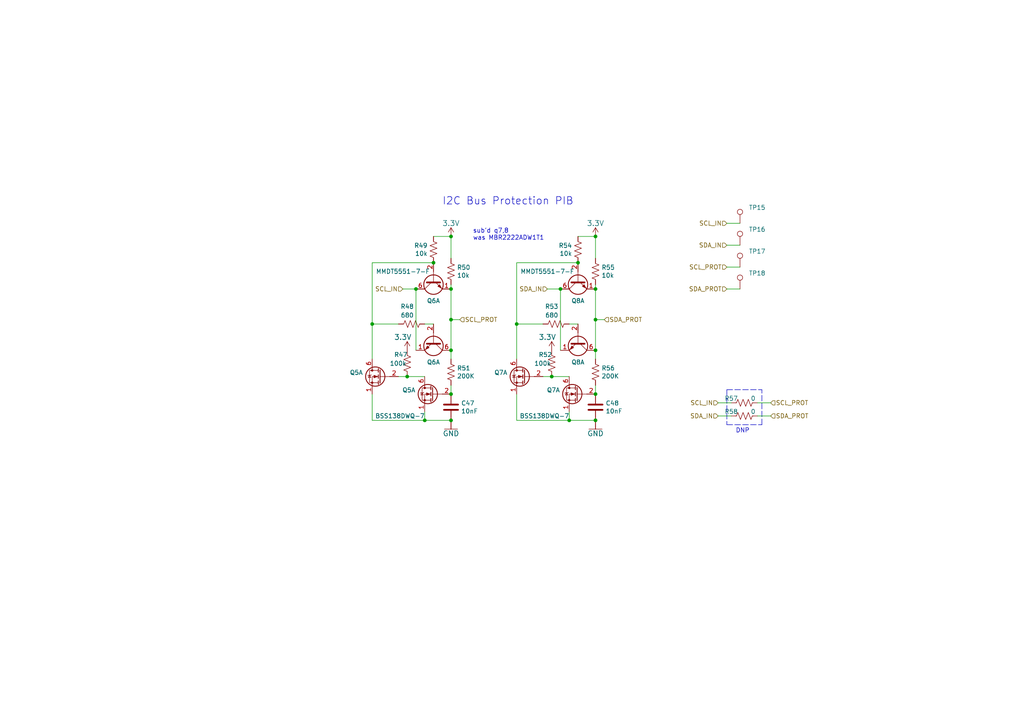
<source format=kicad_sch>
(kicad_sch (version 20211123) (generator eeschema)
  (paper "A4")
  (lib_symbols
    (symbol "Connector:TestPoint" (pin_numbers hide) (pin_names (offset 0.762) hide)
      (property "Reference" "TP" (at 0 6.858 0))
      (property "Value" "TestPoint" (at 0 5.08 0))
      (symbol "TestPoint_0_1"
        (circle (center 0 3.302) (radius 0.762))
      )
      (symbol "TestPoint_1_1"
        (pin passive line (at 0 0 90) (length 2.54) (name "1") (number "1"))
      )
    )
    (symbol "mainboard-rescue:C-Device-mainboard-rescue" (pin_numbers hide) (pin_names (offset 0.254))
      (property "Reference" "C" (at 0.635 2.54 0))
      (property "Value" "C-Device-mainboard-rescue" (at 0.635 -2.54 0))
      (symbol "C-Device-mainboard-rescue_0_1"
        (polyline (pts (xy -2.032 -0.762) (xy 2.032 -0.762)) (stroke (width 0.508)))
        (polyline (pts (xy -2.032 0.762) (xy 2.032 0.762)) (stroke (width 0.508)))
      )
      (symbol "C-Device-mainboard-rescue_1_1"
        (pin passive line (at 0 3.81 270) (length 2.794) (name "~") (number "1"))
        (pin passive line (at 0 -3.81 90) (length 2.794) (name "~") (number "2"))
      )
    )
    (symbol "mainboard-rescue:MBT2222ADW1T1-Transistor_BJT-mainboard-rescue" (pin_names (offset 0) hide)
      (property "Reference" "Q" (at 5.08 1.27 0))
      (property "Value" "MBT2222ADW1T1-Transistor_BJT-mainboard-rescue" (at 5.08 -1.27 0))
      (symbol "MBT2222ADW1T1-Transistor_BJT-mainboard-rescue_0_1"
        (polyline (pts (xy 0.635 0) (xy -2.54 0)))
        (polyline (pts (xy 0.635 0.635) (xy 2.54 2.54)))
        (polyline (pts (xy 0.635 -0.635) (xy 2.54 -2.54) (xy 2.54 -2.54)))
        (polyline (pts (xy 0.635 1.905) (xy 0.635 -1.905) (xy 0.635 -1.905)) (stroke (width 0.508)))
        (polyline (pts (xy 1.27 -1.778) (xy 1.778 -1.27) (xy 2.286 -2.286) (xy 1.27 -1.778) (xy 1.27 -1.778)) (fill (type outline)))
        (circle (center 1.27 0) (radius 2.8194) (stroke (width 0.254)))
      )
      (symbol "MBT2222ADW1T1-Transistor_BJT-mainboard-rescue_1_1"
        (pin passive line (at 2.54 -5.08 90) (length 2.54) (name "E1") (number "1"))
        (pin input line (at -5.08 0 0) (length 2.54) (name "B1") (number "2"))
        (pin passive line (at 2.54 5.08 270) (length 2.54) (name "C1") (number "6"))
      )
      (symbol "MBT2222ADW1T1-Transistor_BJT-mainboard-rescue_2_1"
        (pin passive line (at 2.54 5.08 270) (length 2.54) (name "C2") (number "3"))
        (pin passive line (at 2.54 -5.08 90) (length 2.54) (name "E2") (number "4"))
        (pin input line (at -5.08 0 0) (length 2.54) (name "B2") (number "5"))
      )
    )
    (symbol "mainboard-rescue:R_US-Device-mainboard-rescue" (pin_numbers hide) (pin_names (offset 0))
      (property "Reference" "R" (at 2.54 0 90))
      (property "Value" "R_US-Device-mainboard-rescue" (at -2.54 0 90))
      (symbol "R_US-Device-mainboard-rescue_0_1"
        (polyline (pts (xy 0 -2.286) (xy 0 -2.54)))
        (polyline (pts (xy 0 2.286) (xy 0 2.54)))
        (polyline (pts (xy 0 -0.762) (xy 1.016 -1.143) (xy 0 -1.524) (xy -1.016 -1.905) (xy 0 -2.286)))
        (polyline (pts (xy 0 0.762) (xy 1.016 0.381) (xy 0 0) (xy -1.016 -0.381) (xy 0 -0.762)))
        (polyline (pts (xy 0 2.286) (xy 1.016 1.905) (xy 0 1.524) (xy -1.016 1.143) (xy 0 0.762)))
      )
      (symbol "R_US-Device-mainboard-rescue_1_1"
        (pin passive line (at 0 3.81 270) (length 1.27) (name "~") (number "1"))
        (pin passive line (at 0 -3.81 90) (length 1.27) (name "~") (number "2"))
      )
    )
    (symbol "mainboard:3.3V" (power) (pin_names (offset 1.016))
      (property "Value" "3.3V" (at -1.016 3.556 0))
      (symbol "3.3V_1_0"
        (polyline (pts (xy 0 2.54) (xy -0.762 1.27)))
        (polyline (pts (xy 0.762 1.27) (xy 0 2.54)))
        (pin power_in line (at 0 0 90) (length 2.54) (name "3.3V") (number "1"))
      )
    )
    (symbol "mainboard:BSS138DWQ-7" (pin_names (offset 0.762) hide)
      (property "Reference" "Q" (at -2.54 5.08 0))
      (property "Value" "BSS138DWQ-7" (at 3.81 6.35 0))
      (symbol "BSS138DWQ-7_1_1"
        (polyline (pts (xy -1.016 0) (xy -3.81 0)))
        (polyline (pts (xy -1.016 1.905) (xy -1.016 -1.905)) (stroke (width 0.254)))
        (polyline (pts (xy -0.508 -1.27) (xy -0.508 -2.286)) (stroke (width 0.254)))
        (polyline (pts (xy -0.508 0.508) (xy -0.508 -0.508)) (stroke (width 0.254)))
        (polyline (pts (xy -0.508 2.286) (xy -0.508 1.27)) (stroke (width 0.254)))
        (polyline (pts (xy 1.27 2.54) (xy 1.27 1.778)))
        (polyline (pts (xy 1.27 -2.54) (xy 1.27 0) (xy -0.508 0)))
        (polyline (pts (xy -0.508 -1.778) (xy 2.032 -1.778) (xy 2.032 1.778) (xy -0.508 1.778)))
        (polyline (pts (xy -0.254 0) (xy 0.762 0.381) (xy 0.762 -0.381) (xy -0.254 0)) (fill (type outline)))
        (polyline (pts (xy 1.524 0.508) (xy 1.651 0.381) (xy 2.413 0.381) (xy 2.54 0.254)))
        (polyline (pts (xy 2.032 0.381) (xy 1.651 -0.254) (xy 2.413 -0.254) (xy 2.032 0.381)))
        (circle (center 0.381 0) (radius 2.794) (stroke (width 0.254)))
        (circle (center 1.27 -1.778) (radius 0.254) (fill (type outline)))
        (circle (center 1.27 1.778) (radius 0.254) (fill (type outline)))
        (pin passive line (at 1.27 -5.08 90) (length 2.54) (name "S2") (number "1"))
        (pin input line (at -6.35 0 0) (length 2.54) (name "G2") (number "2"))
        (pin passive line (at 1.27 5.08 270) (length 2.54) (name "D1") (number "6"))
      )
      (symbol "BSS138DWQ-7_2_1"
        (polyline (pts (xy -1.016 0) (xy -3.81 0)))
        (polyline (pts (xy -1.016 1.905) (xy -1.016 -1.905)) (stroke (width 0.254)))
        (polyline (pts (xy -0.508 -1.27) (xy -0.508 -2.286)) (stroke (width 0.254)))
        (polyline (pts (xy -0.508 0.508) (xy -0.508 -0.508)) (stroke (width 0.254)))
        (polyline (pts (xy -0.508 2.286) (xy -0.508 1.27)) (stroke (width 0.254)))
        (polyline (pts (xy 1.27 2.54) (xy 1.27 1.778)))
        (polyline (pts (xy 1.27 -2.54) (xy 1.27 0) (xy -0.508 0)))
        (polyline (pts (xy -0.508 -1.778) (xy 2.032 -1.778) (xy 2.032 1.778) (xy -0.508 1.778)))
        (polyline (pts (xy -0.254 0) (xy 0.762 0.381) (xy 0.762 -0.381) (xy -0.254 0)) (fill (type outline)))
        (polyline (pts (xy 1.524 0.508) (xy 1.651 0.381) (xy 2.413 0.381) (xy 2.54 0.254)))
        (polyline (pts (xy 2.032 0.381) (xy 1.651 -0.254) (xy 2.413 -0.254) (xy 2.032 0.381)))
        (circle (center 0.381 0) (radius 2.794) (stroke (width 0.254)))
        (circle (center 1.27 -1.778) (radius 0.254) (fill (type outline)))
        (circle (center 1.27 1.778) (radius 0.254) (fill (type outline)))
        (pin passive line (at 1.27 5.08 270) (length 2.54) (name "D2") (number "3"))
        (pin passive line (at 1.27 -5.08 90) (length 2.54) (name "S1") (number "4"))
        (pin input line (at -6.35 0 0) (length 2.54) (name "G1") (number "5"))
      )
    )
    (symbol "mainboard:GND" (power) (pin_names (offset 1.016))
      (property "Value" "GND" (at -2.54 -2.54 0))
      (symbol "GND_1_0"
        (polyline (pts (xy -1.905 0) (xy 1.905 0)))
        (pin power_in line (at 0 2.54 270) (length 2.54) (name "GND") (number "1"))
      )
    )
  )
  (junction (at 120.65 83.82))
  (junction (at 172.72 121.92))
  (junction (at 118.11 109.22))
  (junction (at 130.81 114.3))
  (junction (at 149.86 93.98))
  (junction (at 172.72 92.71))
  (junction (at 172.72 114.3))
  (junction (at 107.95 93.98))
  (junction (at 125.73 76.2))
  (junction (at 167.64 76.2))
  (junction (at 130.81 92.71))
  (junction (at 172.72 101.6))
  (junction (at 123.19 121.92))
  (junction (at 165.1 121.92))
  (junction (at 172.72 68.58))
  (junction (at 130.81 101.6))
  (junction (at 172.72 83.82))
  (junction (at 130.81 68.58))
  (junction (at 130.81 121.92))
  (junction (at 130.81 83.82))
  (junction (at 162.56 83.82))
  (junction (at 160.02 109.22))
  (wire (pts (xy 219.71 116.84) (xy 223.52 116.84)))
  (wire (pts (xy 130.81 104.14) (xy 130.81 101.6)))
  (wire (pts (xy 210.82 64.77) (xy 214.63 64.77)))
  (wire (pts (xy 123.19 121.92) (xy 130.81 121.92)))
  (wire (pts (xy 149.86 93.98) (xy 157.48 93.98)))
  (wire (pts (xy 160.02 109.22) (xy 157.48 109.22)))
  (wire (pts (xy 130.81 82.55) (xy 130.81 83.82)))
  (wire (pts (xy 149.86 76.2) (xy 167.64 76.2)))
  (wire (pts (xy 172.72 104.14) (xy 172.72 101.6)))
  (wire (pts (xy 149.86 93.98) (xy 149.86 76.2)))
  (polyline (pts (xy 210.82 113.03) (xy 210.82 123.19)))
  (wire (pts (xy 172.72 101.6) (xy 172.72 92.71)))
  (wire (pts (xy 172.72 82.55) (xy 172.72 83.82)))
  (wire (pts (xy 149.86 104.14) (xy 149.86 93.98)))
  (wire (pts (xy 123.19 109.22) (xy 118.11 109.22)))
  (wire (pts (xy 162.56 83.82) (xy 162.56 101.6)))
  (wire (pts (xy 175.26 92.71) (xy 172.72 92.71)))
  (wire (pts (xy 107.95 93.98) (xy 115.57 93.98)))
  (wire (pts (xy 130.81 101.6) (xy 130.81 92.71)))
  (polyline (pts (xy 210.82 113.03) (xy 220.98 113.03)))
  (wire (pts (xy 149.86 121.92) (xy 165.1 121.92)))
  (wire (pts (xy 210.82 83.82) (xy 214.63 83.82)))
  (wire (pts (xy 120.65 83.82) (xy 120.65 101.6)))
  (wire (pts (xy 107.95 121.92) (xy 123.19 121.92)))
  (wire (pts (xy 130.81 92.71) (xy 130.81 83.82)))
  (wire (pts (xy 158.75 83.82) (xy 162.56 83.82)))
  (wire (pts (xy 133.35 92.71) (xy 130.81 92.71)))
  (polyline (pts (xy 220.98 123.19) (xy 220.98 113.03)))
  (wire (pts (xy 118.11 109.22) (xy 115.57 109.22)))
  (wire (pts (xy 167.64 93.98) (xy 165.1 93.98)))
  (wire (pts (xy 172.72 68.58) (xy 172.72 74.93)))
  (wire (pts (xy 107.95 76.2) (xy 125.73 76.2)))
  (wire (pts (xy 208.28 116.84) (xy 212.09 116.84)))
  (wire (pts (xy 107.95 93.98) (xy 107.95 76.2)))
  (wire (pts (xy 130.81 111.76) (xy 130.81 114.3)))
  (wire (pts (xy 107.95 104.14) (xy 107.95 93.98)))
  (wire (pts (xy 219.71 120.65) (xy 223.52 120.65)))
  (wire (pts (xy 107.95 114.3) (xy 107.95 121.92)))
  (wire (pts (xy 172.72 92.71) (xy 172.72 83.82)))
  (wire (pts (xy 165.1 121.92) (xy 172.72 121.92)))
  (wire (pts (xy 125.73 93.98) (xy 123.19 93.98)))
  (polyline (pts (xy 210.82 123.19) (xy 220.98 123.19)))
  (wire (pts (xy 130.81 68.58) (xy 125.73 68.58)))
  (wire (pts (xy 172.72 68.58) (xy 167.64 68.58)))
  (wire (pts (xy 165.1 109.22) (xy 160.02 109.22)))
  (wire (pts (xy 210.82 77.47) (xy 214.63 77.47)))
  (wire (pts (xy 149.86 114.3) (xy 149.86 121.92)))
  (wire (pts (xy 210.82 71.12) (xy 214.63 71.12)))
  (wire (pts (xy 172.72 111.76) (xy 172.72 114.3)))
  (wire (pts (xy 130.81 74.93) (xy 130.81 68.58)))
  (wire (pts (xy 116.84 83.82) (xy 120.65 83.82)))
  (wire (pts (xy 208.28 120.65) (xy 212.09 120.65)))
  (wire (pts (xy 165.1 119.38) (xy 165.1 121.92)))
  (wire (pts (xy 123.19 119.38) (xy 123.19 121.92)))
  (text "sub'd q7,8\nwas MBR2222ADW1T1" (at 137.16 69.85 0) (effects (font (size 1.27 1.27)) (justify left bottom)))
  (text "DNP" (at 213.36 125.73 0) (effects (font (size 1.27 1.27)) (justify left bottom)))
  (text "I2C Bus Protection PIB" (at 128.27 59.69 0) (effects (font (size 2.159 2.159)) (justify left bottom)))
  (hierarchical_label "SCL_IN" (shape input) (at 116.84 83.82 180))
  (hierarchical_label "SDA_IN" (shape input) (at 208.28 120.65 180))
  (hierarchical_label "SDA_PROT" (shape input) (at 175.26 92.71 0))
  (hierarchical_label "SDA_PROT" (shape input) (at 223.52 120.65 0))
  (hierarchical_label "SDA_IN" (shape input) (at 210.82 71.12 180))
  (hierarchical_label "SCL_PROT" (shape input) (at 210.82 77.47 180))
  (hierarchical_label "SCL_PROT" (shape input) (at 133.35 92.71 0))
  (hierarchical_label "SCL_PROT" (shape input) (at 223.52 116.84 0))
  (hierarchical_label "SCL_IN" (shape input) (at 208.28 116.84 180))
  (hierarchical_label "SDA_IN" (shape input) (at 158.75 83.82 180))
  (hierarchical_label "SCL_IN" (shape input) (at 210.82 64.77 180))
  (hierarchical_label "SDA_PROT" (shape input) (at 210.82 83.82 180))
  (symbol (lib_id "mainboard-rescue:R_US-Device-mainboard-rescue") (at 172.72 78.74 0)
    (property "Reference" "R55" (at 174.4472 77.5716 0) (effects (justify left)))
    (property "Value" "10k" (at 174.4472 79.883 0) (effects (justify left)))
    (property "Footprint" "Resistor_SMD:R_0603_1608Metric" (effects hide))
  )
  (symbol (lib_id "mainboard:BSS138DWQ-7") (at 166.37 114.3 0) (mirror y)
    (property "Reference" "Q7" (at 162.433 113.1316 0) (effects (justify left)))
    (property "Value" "BSS138DWQ-7" (effects hide))
    (property "Footprint" "Package_TO_SOT_SMD:SOT-363_SC-70-6" (effects hide))
    (property "Datasheet" "https://www.diodes.com/assets/Datasheets/BSS138DWQ.pdf" (effects hide))
  )
  (symbol (lib_id "mainboard-rescue:C-Device-mainboard-rescue") (at 130.81 118.11 0)
    (property "Reference" "C47" (at 133.731 116.9416 0) (effects (justify left)))
    (property "Value" "10nF" (at 133.731 119.253 0) (effects (justify left)))
    (property "Footprint" "Capacitor_SMD:C_0603_1608Metric" (effects hide))
  )
  (symbol (lib_id "Connector:TestPoint") (at 214.63 71.12 0)
    (property "Reference" "TP16" (at 217.17 66.5479 0) (effects (justify left)))
    (property "Value" "TestPoint" (effects hide))
    (property "Footprint" "TestPoint:TestPoint_Pad_2.5x2.5mm" (effects hide))
  )
  (symbol (lib_id "mainboard-rescue:MBT2222ADW1T1-Transistor_BJT-mainboard-rescue") (at 125.73 99.06 270)
    (property "Reference" "Q6" (at 125.73 105.0544 90))
    (property "Value" "MMDT5551-7-F" (effects hide))
    (property "Footprint" "Package_TO_SOT_SMD:SOT-363_SC-70-6" (effects hide))
  )
  (symbol (lib_id "mainboard-rescue:R_US-Device-mainboard-rescue") (at 119.38 93.98 270)
    (property "Reference" "R48" (at 118.11 88.9 90))
    (property "Value" "680" (at 118.11 91.44 90))
    (property "Footprint" "Resistor_SMD:R_0603_1608Metric" (effects hide))
  )
  (symbol (lib_id "mainboard-rescue:R_US-Device-mainboard-rescue") (at 130.81 78.74 0)
    (property "Reference" "R50" (at 132.5372 77.5716 0) (effects (justify left)))
    (property "Value" "10k" (at 132.5372 79.883 0) (effects (justify left)))
    (property "Footprint" "Resistor_SMD:R_0603_1608Metric" (effects hide))
  )
  (symbol (lib_id "Connector:TestPoint") (at 214.63 83.82 0)
    (property "Reference" "TP18" (at 217.17 79.2479 0) (effects (justify left)))
    (property "Value" "TestPoint" (effects hide))
    (property "Footprint" "TestPoint:TestPoint_Pad_2.5x2.5mm" (effects hide))
  )
  (symbol (lib_id "mainboard-rescue:R_US-Device-mainboard-rescue") (at 130.81 107.95 0)
    (property "Reference" "R51" (at 132.5372 106.7816 0) (effects (justify left)))
    (property "Value" "200K" (at 132.5372 109.093 0) (effects (justify left)))
    (property "Footprint" "Resistor_SMD:R_0603_1608Metric" (effects hide))
  )
  (symbol (lib_id "mainboard-rescue:R_US-Device-mainboard-rescue") (at 125.73 72.39 0)
    (property "Reference" "R49" (at 124.0282 71.2216 0) (effects (justify right)))
    (property "Value" "10k" (at 124.0282 73.533 0) (effects (justify right)))
    (property "Footprint" "Resistor_SMD:R_0603_1608Metric" (effects hide))
  )
  (symbol (lib_id "mainboard:BSS138DWQ-7") (at 124.46 114.3 0) (mirror y)
    (property "Reference" "Q5" (at 120.523 113.1316 0) (effects (justify left)))
    (property "Value" "BSS138DWQ-7" (effects hide))
    (property "Footprint" "Package_TO_SOT_SMD:SOT-363_SC-70-6" (effects hide))
    (property "Datasheet" "https://www.diodes.com/assets/Datasheets/BSS138DWQ.pdf" (effects hide))
  )
  (symbol (lib_id "mainboard:BSS138DWQ-7") (at 109.22 109.22 0) (mirror y)
    (property "Reference" "Q5" (at 105.283 108.0516 0) (effects (justify left)))
    (property "Value" "BSS138DWQ-7" (at 123.19 120.65 0) (effects (justify left)))
    (property "Footprint" "Package_TO_SOT_SMD:SOT-363_SC-70-6" (effects hide))
    (property "Datasheet" "https://www.diodes.com/assets/Datasheets/BSS138DWQ.pdf" (effects hide))
  )
  (symbol (lib_id "mainboard-rescue:MBT2222ADW1T1-Transistor_BJT-mainboard-rescue") (at 167.64 81.28 90) (mirror x)
    (property "Reference" "Q8" (at 167.64 87.249 90))
    (property "Value" "MMDT5551-7-F" (at 158.75 78.74 90))
    (property "Footprint" "Package_TO_SOT_SMD:SOT-363_SC-70-6" (effects hide))
  )
  (symbol (lib_id "mainboard:BSS138DWQ-7") (at 151.13 109.22 0) (mirror y)
    (property "Reference" "Q7" (at 147.193 108.0516 0) (effects (justify left)))
    (property "Value" "BSS138DWQ-7" (at 165.1 120.65 0) (effects (justify left)))
    (property "Footprint" "Package_TO_SOT_SMD:SOT-363_SC-70-6" (effects hide))
    (property "Datasheet" "https://www.diodes.com/assets/Datasheets/BSS138DWQ.pdf" (effects hide))
  )
  (symbol (lib_id "mainboard-rescue:MBT2222ADW1T1-Transistor_BJT-mainboard-rescue") (at 167.64 99.06 270)
    (property "Reference" "Q8" (at 167.64 105.0544 90))
    (property "Value" "MMDT5551-7-F" (effects hide))
    (property "Footprint" "Package_TO_SOT_SMD:SOT-363_SC-70-6" (effects hide))
  )
  (symbol (lib_id "mainboard-rescue:R_US-Device-mainboard-rescue") (at 167.64 72.39 0)
    (property "Reference" "R54" (at 165.9382 71.2216 0) (effects (justify right)))
    (property "Value" "10k" (at 165.9382 73.533 0) (effects (justify right)))
    (property "Footprint" "Resistor_SMD:R_0603_1608Metric" (effects hide))
  )
  (symbol (lib_id "mainboard-rescue:R_US-Device-mainboard-rescue") (at 118.11 105.41 0)
    (property "Reference" "R47" (at 114.3 102.87 0) (effects (justify left)))
    (property "Value" "100k" (at 113.03 105.41 0) (effects (justify left)))
    (property "Footprint" "Resistor_SMD:R_0603_1608Metric" (effects hide))
  )
  (symbol (lib_id "mainboard-rescue:C-Device-mainboard-rescue") (at 172.72 118.11 0)
    (property "Reference" "C48" (at 175.641 116.9416 0) (effects (justify left)))
    (property "Value" "10nF" (at 175.641 119.253 0) (effects (justify left)))
    (property "Footprint" "Capacitor_SMD:C_0603_1608Metric" (effects hide))
  )
  (symbol (lib_id "Connector:TestPoint") (at 214.63 77.47 0)
    (property "Reference" "TP17" (at 217.17 72.8979 0) (effects (justify left)))
    (property "Value" "TestPoint" (effects hide))
    (property "Footprint" "TestPoint:TestPoint_Pad_2.5x2.5mm" (effects hide))
  )
  (symbol (lib_id "mainboard:3.3V") (at 130.81 68.58 0)
    (property "Reference" "#P+05" (effects hide))
    (property "Value" "3.3V" (at 130.81 64.77 0) (effects (font (size 1.4986 1.4986))))
  )
  (symbol (lib_id "mainboard:3.3V") (at 160.02 101.6 0)
    (property "Reference" "#P+06" (effects hide))
    (property "Value" "3.3V" (at 158.75 97.79 0) (effects (font (size 1.4986 1.4986))))
  )
  (symbol (lib_id "mainboard:GND") (at 172.72 124.46 0)
    (property "Reference" "#GND023" (effects hide))
    (property "Value" "GND" (at 172.72 125.73 0) (effects (font (size 1.4986 1.4986))))
  )
  (symbol (lib_id "Connector:TestPoint") (at 214.63 64.77 0)
    (property "Reference" "TP15" (at 217.17 60.1979 0) (effects (justify left)))
    (property "Value" "TestPoint" (effects hide))
    (property "Footprint" "TestPoint:TestPoint_Pad_2.5x2.5mm" (effects hide))
  )
  (symbol (lib_id "mainboard-rescue:R_US-Device-mainboard-rescue") (at 215.9 116.84 270)
    (property "Reference" "R57" (at 212.09 115.57 90))
    (property "Value" "0" (at 218.44 115.57 90))
    (property "Footprint" "Resistor_SMD:R_0603_1608Metric" (effects hide))
  )
  (symbol (lib_id "mainboard-rescue:MBT2222ADW1T1-Transistor_BJT-mainboard-rescue") (at 125.73 81.28 90) (mirror x)
    (property "Reference" "Q6" (at 125.73 87.249 90))
    (property "Value" "MMDT5551-7-F" (at 116.84 78.74 90))
    (property "Footprint" "Package_TO_SOT_SMD:SOT-363_SC-70-6" (effects hide))
  )
  (symbol (lib_id "mainboard-rescue:R_US-Device-mainboard-rescue") (at 215.9 120.65 270)
    (property "Reference" "R58" (at 212.09 119.38 90))
    (property "Value" "0" (at 218.44 119.38 90))
    (property "Footprint" "Resistor_SMD:R_0603_1608Metric" (effects hide))
  )
  (symbol (lib_id "mainboard-rescue:R_US-Device-mainboard-rescue") (at 160.02 105.41 0)
    (property "Reference" "R52" (at 156.21 102.87 0) (effects (justify left)))
    (property "Value" "100k" (at 154.94 105.41 0) (effects (justify left)))
    (property "Footprint" "Resistor_SMD:R_0603_1608Metric" (effects hide))
  )
  (symbol (lib_id "mainboard-rescue:R_US-Device-mainboard-rescue") (at 161.29 93.98 270)
    (property "Reference" "R53" (at 160.02 88.9 90))
    (property "Value" "680" (at 160.02 91.44 90))
    (property "Footprint" "Resistor_SMD:R_0603_1608Metric" (effects hide))
  )
  (symbol (lib_id "mainboard:3.3V") (at 118.11 101.6 0)
    (property "Reference" "#P+04" (effects hide))
    (property "Value" "3.3V" (at 116.84 97.79 0) (effects (font (size 1.4986 1.4986))))
  )
  (symbol (lib_id "mainboard:GND") (at 130.81 124.46 0)
    (property "Reference" "#GND022" (effects hide))
    (property "Value" "GND" (at 130.81 125.73 0) (effects (font (size 1.4986 1.4986))))
  )
  (symbol (lib_id "mainboard-rescue:R_US-Device-mainboard-rescue") (at 172.72 107.95 0)
    (property "Reference" "R56" (at 174.4472 106.7816 0) (effects (justify left)))
    (property "Value" "200K" (at 174.4472 109.093 0) (effects (justify left)))
    (property "Footprint" "Resistor_SMD:R_0603_1608Metric" (effects hide))
  )
  (symbol (lib_id "mainboard:3.3V") (at 172.72 68.58 0)
    (property "Reference" "#P+07" (effects hide))
    (property "Value" "3.3V" (at 172.72 64.77 0) (effects (font (size 1.4986 1.4986))))
  )
)
</source>
